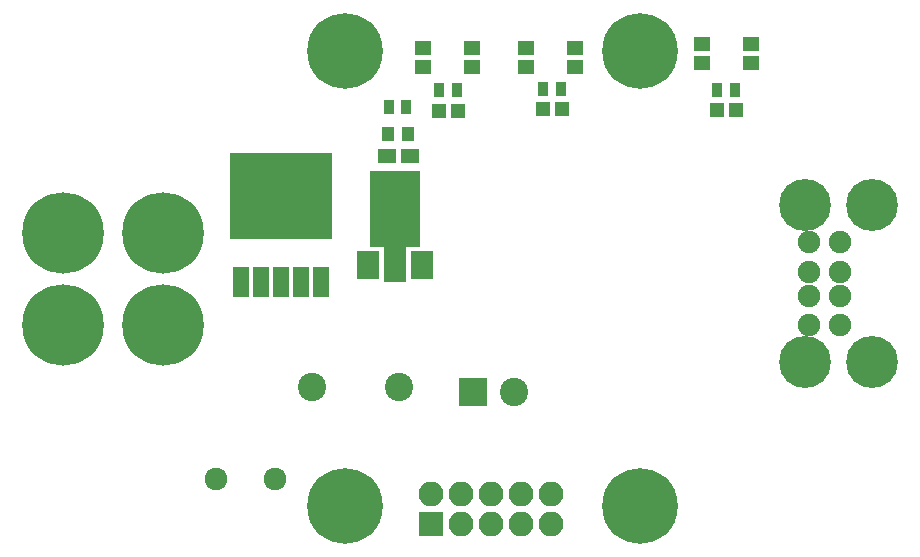
<source format=gbr>
G04 #@! TF.FileFunction,Soldermask,Top*
%FSLAX46Y46*%
G04 Gerber Fmt 4.6, Leading zero omitted, Abs format (unit mm)*
G04 Created by KiCad (PCBNEW 4.0.7-e2-6376~58~ubuntu17.04.1) date Mon Oct 16 15:51:19 2017*
%MOMM*%
%LPD*%
G01*
G04 APERTURE LIST*
%ADD10C,0.100000*%
%ADD11C,2.400000*%
%ADD12R,1.600000X1.150000*%
%ADD13C,6.400000*%
%ADD14C,4.400000*%
%ADD15C,1.900000*%
%ADD16C,1.924000*%
%ADD17R,4.200000X6.400000*%
%ADD18R,1.900000X3.400000*%
%ADD19R,1.900000X2.400000*%
%ADD20R,2.400000X2.400000*%
%ADD21R,1.200000X1.200000*%
%ADD22R,1.000000X1.200000*%
%ADD23R,1.400000X1.300000*%
%ADD24R,2.100000X2.100000*%
%ADD25O,2.100000X2.100000*%
%ADD26R,0.900000X1.300000*%
%ADD27R,1.470000X2.560000*%
%ADD28R,8.730000X7.390000*%
%ADD29C,6.900000*%
G04 APERTURE END LIST*
D10*
D11*
X126610000Y-110760000D03*
X119210000Y-110760000D03*
D12*
X127540000Y-91260000D03*
X125640000Y-91260000D03*
D13*
X122060000Y-82360000D03*
X147010000Y-82360000D03*
X147010000Y-120860000D03*
X122060000Y-120860000D03*
D14*
X160950000Y-95400000D03*
X166650000Y-95400000D03*
X160950000Y-108700000D03*
X166650000Y-108700000D03*
D15*
X163950000Y-105550000D03*
X163950000Y-103050000D03*
X163950000Y-98550000D03*
X163950000Y-101050000D03*
X161350000Y-98550000D03*
X161350000Y-101050000D03*
X161350000Y-103050000D03*
X161350000Y-105550000D03*
D16*
X111150000Y-118610000D03*
X116150000Y-118610000D03*
D17*
X126300000Y-95750000D03*
D18*
X126300000Y-100170000D03*
D19*
X128600000Y-100500000D03*
X124000000Y-100500000D03*
D20*
X132890000Y-111210000D03*
D11*
X136390000Y-111210000D03*
D21*
X153540000Y-87360000D03*
X155140000Y-87360000D03*
X131640000Y-87460000D03*
X130040000Y-87460000D03*
D22*
X125690000Y-89360000D03*
X127390000Y-89360000D03*
D21*
X140440000Y-87260000D03*
X138840000Y-87260000D03*
D23*
X156390000Y-83360000D03*
X156390000Y-81760000D03*
X152290000Y-83360000D03*
X152290000Y-81760000D03*
D24*
X129360000Y-122410000D03*
D25*
X129360000Y-119870000D03*
X131900000Y-122410000D03*
X131900000Y-119870000D03*
X134440000Y-122410000D03*
X134440000Y-119870000D03*
X136980000Y-122410000D03*
X136980000Y-119870000D03*
X139520000Y-122410000D03*
X139520000Y-119870000D03*
D23*
X141490000Y-83660000D03*
X141490000Y-82060000D03*
X137390000Y-83660000D03*
X137390000Y-82060000D03*
D26*
X155040000Y-85660000D03*
X153540000Y-85660000D03*
X130040000Y-85660000D03*
X131540000Y-85660000D03*
X138840000Y-85560000D03*
X140340000Y-85560000D03*
X125740000Y-87060000D03*
X127240000Y-87060000D03*
D23*
X132790000Y-83660000D03*
X132790000Y-82060000D03*
X128690000Y-83660000D03*
X128690000Y-82060000D03*
D27*
X120040000Y-101910000D03*
X118340000Y-101910000D03*
X114940000Y-101910000D03*
X116640000Y-101910000D03*
X113240000Y-101910000D03*
D28*
X116590000Y-94610000D03*
D29*
X106640000Y-97780000D03*
X106640000Y-105530000D03*
X98140000Y-97780000D03*
X98140000Y-105530000D03*
M02*

</source>
